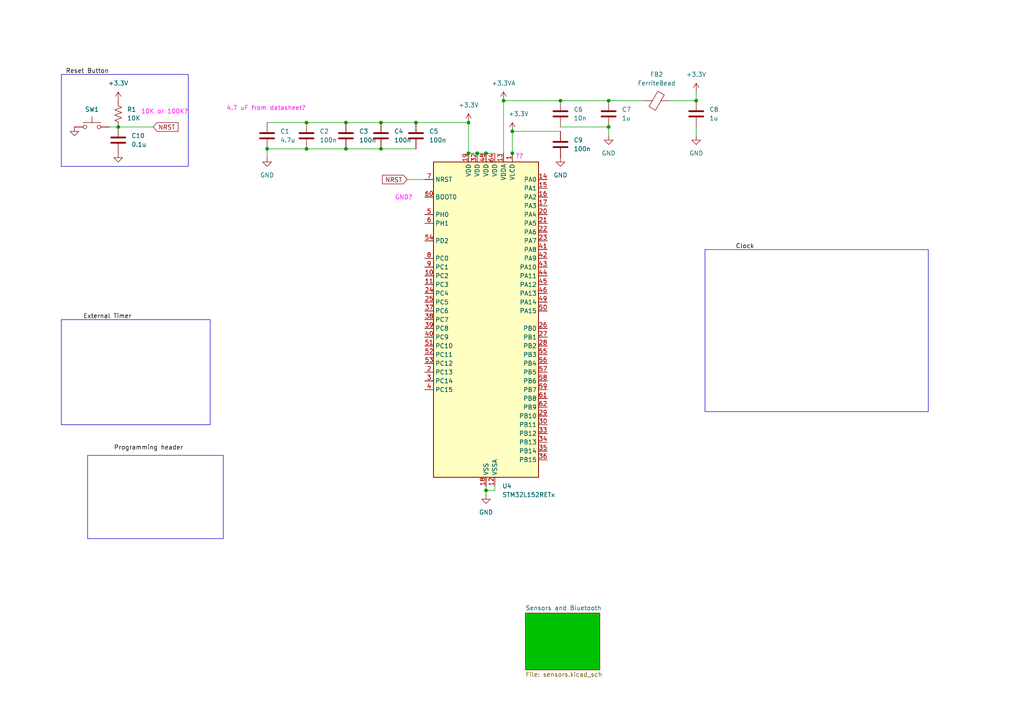
<source format=kicad_sch>
(kicad_sch (version 20250114) (generator "eeschema") (generator_version "9.0")
  (paper "A4")
  (title_block (title "STM32L152RE, Programming Header etc ") (date "2026-01-28"))
  (lib_symbols
    (symbol "Device:C" (pin_numbers (hide yes)) (pin_names (offset 0.254))
      (property "Reference" "C" (at 0.635 2.54 0))
      (property "Value" "C" (at 0.635 -2.54 0))
      (symbol "C_0_1"
        (polyline (pts (xy -2.032 0.762) (xy 2.032 0.762)) (stroke (width 0.508)))
        (polyline (pts (xy -2.032 -0.762) (xy 2.032 -0.762)) (stroke (width 0.508)))
      )
      (symbol "C_1_1"
        (pin passive line (at 0 3.81 270) (length 2.794) (name "~") (number "1"))
        (pin passive line (at 0 -3.81 90) (length 2.794) (name "~") (number "2"))
      )
    )
    (symbol "Device:FerriteBead" (pin_numbers (hide yes)) (pin_names (offset 0))
      (property "Reference" "FB" (at -3.81 0.635 90))
      (property "Value" "FerriteBead" (at 3.81 0 90))
      (symbol "FerriteBead_0_1"
        (polyline (pts (xy -2.7686 0.4064) (xy -1.7018 2.2606) (xy 2.7686 -0.3048) (xy 1.6764 -2.159) (xy -2.7686 0.4064)))
        (polyline (pts (xy 0 1.27) (xy 0 1.2954)))
        (polyline (pts (xy 0 -1.27) (xy 0 -1.2192)))
      )
      (symbol "FerriteBead_1_1"
        (pin passive line (at 0 3.81 270) (length 2.54) (name "~") (number "1"))
        (pin passive line (at 0 -3.81 90) (length 2.54) (name "~") (number "2"))
      )
    )
    (symbol "Device:R_US" (pin_numbers (hide yes)) (pin_names (offset 0))
      (property "Reference" "R" (at 2.54 0 90))
      (property "Value" "R_US" (at -2.54 0 90))
      (symbol "R_US_0_1"
        (polyline (pts (xy 0 2.286) (xy 0 2.54)))
        (polyline (pts (xy 0 2.286) (xy 1.016 1.905) (xy 0 1.524) (xy -1.016 1.143) (xy 0 0.762)))
        (polyline (pts (xy 0 0.762) (xy 1.016 0.381) (xy 0 0) (xy -1.016 -0.381) (xy 0 -0.762)))
        (polyline (pts (xy 0 -0.762) (xy 1.016 -1.143) (xy 0 -1.524) (xy -1.016 -1.905) (xy 0 -2.286)))
        (polyline (pts (xy 0 -2.286) (xy 0 -2.54)))
      )
      (symbol "R_US_1_1"
        (pin passive line (at 0 3.81 270) (length 1.27) (name "~") (number "1"))
        (pin passive line (at 0 -3.81 90) (length 1.27) (name "~") (number "2"))
      )
    )
    (symbol "MCU_ST_STM32L1:STM32L152RETx"
      (property "Reference" "U" (at -15.24 46.99 0))
      (property "Value" "STM32L152RETx" (at 10.16 46.99 0))
      (symbol "STM32L152RETx_0_1"
        (rectangle (start -15.24 -45.72) (end 15.24 45.72) (stroke (width 0.254)) (fill (type background)))
      )
      (symbol "STM32L152RETx_1_1"
        (pin input line (at -17.78 40.64 0) (length 2.54) (name "NRST") (number "7"))
        (pin input line (at -17.78 35.56 0) (length 2.54) (name "BOOT0") (number "60"))
        (pin bidirectional line (at -17.78 30.48 0) (length 2.54) (name "PH0") (number "5"))
        (pin bidirectional line (at -17.78 27.94 0) (length 2.54) (name "PH1") (number "6"))
        (pin bidirectional line (at -17.78 22.86 0) (length 2.54) (name "PD2") (number "54"))
        (pin bidirectional line (at -17.78 17.78 0) (length 2.54) (name "PC0") (number "8"))
        (pin bidirectional line (at -17.78 15.24 0) (length 2.54) (name "PC1") (number "9"))
        (pin bidirectional line (at -17.78 12.7 0) (length 2.54) (name "PC2") (number "10"))
        (pin bidirectional line (at -17.78 10.16 0) (length 2.54) (name "PC3") (number "11"))
        (pin bidirectional line (at -17.78 7.62 0) (length 2.54) (name "PC4") (number "24"))
        (pin bidirectional line (at -17.78 5.08 0) (length 2.54) (name "PC5") (number "25"))
        (pin bidirectional line (at -17.78 2.54 0) (length 2.54) (name "PC6") (number "37"))
        (pin bidirectional line (at -17.78 0 0) (length 2.54) (name "PC7") (number "38"))
        (pin bidirectional line (at -17.78 -2.54 0) (length 2.54) (name "PC8") (number "39"))
        (pin bidirectional line (at -17.78 -5.08 0) (length 2.54) (name "PC9") (number "40"))
        (pin bidirectional line (at -17.78 -7.62 0) (length 2.54) (name "PC10") (number "51"))
        (pin bidirectional line (at -17.78 -10.16 0) (length 2.54) (name "PC11") (number "52"))
        (pin bidirectional line (at -17.78 -12.7 0) (length 2.54) (name "PC12") (number "53"))
        (pin bidirectional line (at -17.78 -15.24 0) (length 2.54) (name "PC13") (number "2"))
        (pin bidirectional line (at -17.78 -17.78 0) (length 2.54) (name "PC14") (number "3"))
        (pin bidirectional line (at -17.78 -20.32 0) (length 2.54) (name "PC15") (number "4"))
        (pin power_in line (at -5.08 48.26 270) (length 2.54) (name "VDD") (number "19"))
        (pin power_in line (at -2.54 48.26 270) (length 2.54) (name "VDD") (number "32"))
        (pin power_in line (at 0 48.26 270) (length 2.54) (name "VDD") (number "48"))
        (pin power_in line (at 0 -48.26 90) (length 2.54) (name "VSS") (number "18"))
        (pin passive line (at 0 -48.26 90) (length 2.54) (hide yes) (name "VSS") (number "31"))
        (pin passive line (at 0 -48.26 90) (length 2.54) (hide yes) (name "VSS") (number "47"))
        (pin passive line (at 0 -48.26 90) (length 2.54) (hide yes) (name "VSS") (number "63"))
        (pin power_in line (at 2.54 48.26 270) (length 2.54) (name "VDD") (number "64"))
        (pin power_in line (at 2.54 -48.26 90) (length 2.54) (name "VSSA") (number "12"))
        (pin power_in line (at 5.08 48.26 270) (length 2.54) (name "VDDA") (number "13"))
        (pin power_in line (at 7.62 48.26 270) (length 2.54) (name "VLCD") (number "1"))
        (pin bidirectional line (at 17.78 40.64 180) (length 2.54) (name "PA0") (number "14"))
        (pin bidirectional line (at 17.78 38.1 180) (length 2.54) (name "PA1") (number "15"))
        (pin bidirectional line (at 17.78 35.56 180) (length 2.54) (name "PA2") (number "16"))
        (pin bidirectional line (at 17.78 33.02 180) (length 2.54) (name "PA3") (number "17"))
        (pin bidirectional line (at 17.78 30.48 180) (length 2.54) (name "PA4") (number "20"))
        (pin bidirectional line (at 17.78 27.94 180) (length 2.54) (name "PA5") (number "21"))
        (pin bidirectional line (at 17.78 25.4 180) (length 2.54) (name "PA6") (number "22"))
        (pin bidirectional line (at 17.78 22.86 180) (length 2.54) (name "PA7") (number "23"))
        (pin bidirectional line (at 17.78 20.32 180) (length 2.54) (name "PA8") (number "41"))
        (pin bidirectional line (at 17.78 17.78 180) (length 2.54) (name "PA9") (number "42"))
        (pin bidirectional line (at 17.78 15.24 180) (length 2.54) (name "PA10") (number "43"))
        (pin bidirectional line (at 17.78 12.7 180) (length 2.54) (name "PA11") (number "44"))
        (pin bidirectional line (at 17.78 10.16 180) (length 2.54) (name "PA12") (number "45"))
        (pin bidirectional line (at 17.78 7.62 180) (length 2.54) (name "PA13") (number "46"))
        (pin bidirectional line (at 17.78 5.08 180) (length 2.54) (name "PA14") (number "49"))
        (pin bidirectional line (at 17.78 2.54 180) (length 2.54) (name "PA15") (number "50"))
        (pin bidirectional line (at 17.78 -2.54 180) (length 2.54) (name "PB0") (number "26"))
        (pin bidirectional line (at 17.78 -5.08 180) (length 2.54) (name "PB1") (number "27"))
        (pin bidirectional line (at 17.78 -7.62 180) (length 2.54) (name "PB2") (number "28"))
        (pin bidirectional line (at 17.78 -10.16 180) (length 2.54) (name "PB3") (number "55"))
        (pin bidirectional line (at 17.78 -12.7 180) (length 2.54) (name "PB4") (number "56"))
        (pin bidirectional line (at 17.78 -15.24 180) (length 2.54) (name "PB5") (number "57"))
        (pin bidirectional line (at 17.78 -17.78 180) (length 2.54) (name "PB6") (number "58"))
        (pin bidirectional line (at 17.78 -20.32 180) (length 2.54) (name "PB7") (number "59"))
        (pin bidirectional line (at 17.78 -22.86 180) (length 2.54) (name "PB8") (number "61"))
        (pin bidirectional line (at 17.78 -25.4 180) (length 2.54) (name "PB9") (number "62"))
        (pin bidirectional line (at 17.78 -27.94 180) (length 2.54) (name "PB10") (number "29"))
        (pin bidirectional line (at 17.78 -30.48 180) (length 2.54) (name "PB11") (number "30"))
        (pin bidirectional line (at 17.78 -33.02 180) (length 2.54) (name "PB12") (number "33"))
        (pin bidirectional line (at 17.78 -35.56 180) (length 2.54) (name "PB13") (number "34"))
        (pin bidirectional line (at 17.78 -38.1 180) (length 2.54) (name "PB14") (number "35"))
        (pin bidirectional line (at 17.78 -40.64 180) (length 2.54) (name "PB15") (number "36"))
      )
    )
    (symbol "Switch:SW_Push" (pin_numbers (hide yes)) (pin_names (offset 1.016) (hide yes))
      (property "Reference" "SW" (at 1.27 2.54 0))
      (property "Value" "SW_Push" (at 0 -1.524 0))
      (symbol "SW_Push_0_1"
        (circle (center -2.032 0) (radius 0.508))
        (polyline (pts (xy 0 1.27) (xy 0 3.048)))
        (circle (center 2.032 0) (radius 0.508))
        (polyline (pts (xy 2.54 1.27) (xy -2.54 1.27)))
        (pin passive line (at -5.08 0 0) (length 2.54) (name "1") (number "1"))
        (pin passive line (at 5.08 0 180) (length 2.54) (name "2") (number "2"))
      )
    )
    (symbol "power:+3.3V" (power) (pin_numbers (hide yes)) (pin_names (offset 0) (hide yes))
      (property "Value" "+3.3V" (at 0 3.556 0))
      (symbol "+3.3V_0_1"
        (polyline (pts (xy -0.762 1.27) (xy 0 2.54)))
        (polyline (pts (xy 0 2.54) (xy 0.762 1.27)))
        (polyline (pts (xy 0 0) (xy 0 2.54)))
      )
      (symbol "+3.3V_1_1"
        (pin power_in line (at 0 0 90) (length 0) (name "~") (number "1"))
      )
    )
    (symbol "power:+3.3VA" (power) (pin_numbers (hide yes)) (pin_names (offset 0) (hide yes))
      (property "Value" "+3.3VA" (at 0 3.556 0))
      (symbol "+3.3VA_0_1"
        (polyline (pts (xy -0.762 1.27) (xy 0 2.54)))
        (polyline (pts (xy 0 2.54) (xy 0.762 1.27)))
        (polyline (pts (xy 0 0) (xy 0 2.54)))
      )
      (symbol "+3.3VA_1_1"
        (pin power_in line (at 0 0 90) (length 0) (name "~") (number "1"))
      )
    )
    (symbol "power:GND" (power) (pin_numbers (hide yes)) (pin_names (offset 0) (hide yes))
      (property "Value" "GND" (at 0 -3.81 0))
      (symbol "GND_0_1"
        (polyline (pts (xy 0 0) (xy 0 -1.27) (xy 1.27 -1.27) (xy 0 -2.54) (xy -1.27 -1.27) (xy 0 -1.27)))
      )
      (symbol "GND_1_1"
        (pin power_in line (at 0 0 270) (length 0) (name "~") (number "1"))
      )
    )
  )
  (rectangle (start 204.47 72.39) (end 269.24 119.38))
  (rectangle (start 25.4 132.08) (end 64.77 156.21))
  (rectangle (start 17.78 92.71) (end 60.96 123.19))
  (rectangle (start 17.78 21.59) (end 54.61 48.26))
  (text "4.7 uF from datasheet?" (at 77.216 31.496 0) (effects (font (size 1.27 1.27))))
  (text "??" (at 150.622 45.466 0) (effects (font (size 1.27 1.27))))
  (text "GND?" (at 117.094 57.404 0) (effects (font (size 1.27 1.27))))
  (text "10K or 100K?\n\n" (at 47.752 33.528 0) (effects (font (size 1.27 1.27))))
  (junction (at 201.93 29.21))
  (junction (at 140.97 142.24))
  (junction (at 77.47 43.18))
  (junction (at 88.9 43.18))
  (junction (at 100.33 35.56))
  (junction (at 176.53 36.83))
  (junction (at 110.49 43.18))
  (junction (at 148.59 38.1))
  (junction (at 100.33 43.18))
  (junction (at 148.59 44.45))
  (junction (at 146.05 29.21))
  (junction (at 110.49 35.56))
  (junction (at 135.89 44.45))
  (junction (at 88.9 35.56))
  (junction (at 162.56 29.21))
  (junction (at 176.53 29.21))
  (junction (at 34.29 36.83))
  (junction (at 120.65 35.56))
  (junction (at 135.89 35.56))
  (junction (at 138.43 44.45))
  (junction (at 140.97 44.45))
  (wire (pts (xy 140.97 44.45) (xy 143.51 44.45)))
  (wire (pts (xy 135.89 35.56) (xy 135.89 44.45)))
  (wire (pts (xy 120.65 35.56) (xy 135.89 35.56)))
  (wire (pts (xy 194.31 29.21) (xy 201.93 29.21)))
  (wire (pts (xy 100.33 43.18) (xy 110.49 43.18)))
  (wire (pts (xy 77.47 43.18) (xy 88.9 43.18)))
  (wire (pts (xy 143.51 140.97) (xy 143.51 142.24)))
  (wire (pts (xy 140.97 143.51) (xy 140.97 142.24)))
  (wire (pts (xy 110.49 43.18) (xy 120.65 43.18)))
  (wire (pts (xy 146.05 29.21) (xy 146.05 44.45)))
  (wire (pts (xy 162.56 36.83) (xy 176.53 36.83)))
  (wire (pts (xy 146.05 29.21) (xy 162.56 29.21)))
  (wire (pts (xy 31.75 36.83) (xy 34.29 36.83)))
  (wire (pts (xy 100.33 35.56) (xy 110.49 35.56)))
  (wire (pts (xy 88.9 35.56) (xy 100.33 35.56)))
  (wire (pts (xy 77.47 43.18) (xy 77.47 45.72)))
  (wire (pts (xy 34.29 36.83) (xy 44.45 36.83)))
  (wire (pts (xy 77.47 35.56) (xy 88.9 35.56)))
  (wire (pts (xy 135.89 44.45) (xy 138.43 44.45)))
  (wire (pts (xy 148.59 38.1) (xy 162.56 38.1)))
  (wire (pts (xy 148.59 44.45) (xy 148.59 46.99)))
  (wire (pts (xy 162.56 29.21) (xy 176.53 29.21)))
  (wire (pts (xy 176.53 36.83) (xy 176.53 39.37)))
  (wire (pts (xy 148.59 38.1) (xy 148.59 44.45)))
  (wire (pts (xy 201.93 36.83) (xy 201.93 39.37)))
  (wire (pts (xy 118.11 52.07) (xy 123.19 52.07)))
  (wire (pts (xy 148.59 36.83) (xy 148.59 38.1)))
  (wire (pts (xy 110.49 35.56) (xy 120.65 35.56)))
  (wire (pts (xy 138.43 44.45) (xy 140.97 44.45)))
  (wire (pts (xy 176.53 29.21) (xy 186.69 29.21)))
  (wire (pts (xy 88.9 43.18) (xy 100.33 43.18)))
  (wire (pts (xy 201.93 26.67) (xy 201.93 29.21)))
  (wire (pts (xy 143.51 142.24) (xy 140.97 142.24)))
  (wire (pts (xy 140.97 140.97) (xy 140.97 142.24)))
  (label "Reset Button" (at 19.05 21.59 0))
  (label "Clock" (at 213.36 72.39 0))
  (label "External Timer" (at 24.13 92.71 0))
  (label "Programming header" (at 33.02 130.81 0))
  (global_label "NRST" (shape input) (at 44.45 36.83 0) (property "Intersheetrefs" "${INTERSHEET_REFS}" (effects (hide yes))))
  (global_label "NRST" (shape input) (at 118.11 52.07 180) (property "Intersheetrefs" "${INTERSHEET_REFS}" (effects (hide yes))))
  (symbol (lib_id "power:+3.3V") (at 34.29 29.21 0) (unit 1)
    (property "Reference" "#PWR02" (effects (hide yes)))
    (property "Value" "+3.3V" (at 34.29 24.13 0))
    (property "Description" "Power symbol creates a global label with name \"+3.3V\"" (effects (hide yes)))
  )
  (symbol (lib_id "Switch:SW_Push") (at 26.67 36.83 0) (unit 1)
    (property "Reference" "SW1" (at 26.67 31.75 0))
    (property "Value" "SW_Push" (effects (hide yes)))
    (property "Description" "Push button switch, generic, two pins" (effects (hide yes)))
  )
  (symbol (lib_id "power:GND") (at 201.93 39.37 0) (unit 1)
    (property "Reference" "#PWR012" (effects (hide yes)))
    (property "Value" "GND" (at 201.93 44.45 0))
    (property "Description" "Power symbol creates a global label with name \"GND\" , ground" (effects (hide yes)))
  )
  (symbol (lib_id "Device:C") (at 77.47 39.37 0) (unit 1)
    (property "Reference" "C1" (at 81.28 38.0999 0) (effects (justify left)))
    (property "Value" "4.7u" (at 81.28 40.6399 0) (effects (justify left)))
    (property "Description" "Unpolarized capacitor" (effects (hide yes)))
  )
  (symbol (lib_id "Device:C") (at 88.9 39.37 0) (unit 1)
    (property "Reference" "C2" (at 92.71 38.0999 0) (effects (justify left)))
    (property "Value" "100n" (at 92.71 40.6399 0) (effects (justify left)))
    (property "Description" "Unpolarized capacitor" (effects (hide yes)))
  )
  (symbol (lib_id "Device:C") (at 34.29 40.64 0) (unit 1)
    (property "Reference" "C10" (at 38.1 39.3699 0) (effects (justify left)))
    (property "Value" "0.1u" (at 38.1 41.9099 0) (effects (justify left)))
    (property "Description" "Unpolarized capacitor" (effects (hide yes)))
  )
  (symbol (lib_id "power:GND") (at 176.53 39.37 0) (unit 1)
    (property "Reference" "#PWR010" (effects (hide yes)))
    (property "Value" "GND" (at 176.53 44.45 0))
    (property "Description" "Power symbol creates a global label with name \"GND\" , ground" (effects (hide yes)))
  )
  (symbol (lib_id "Device:C") (at 110.49 39.37 0) (unit 1)
    (property "Reference" "C4" (at 114.3 38.0999 0) (effects (justify left)))
    (property "Value" "100n" (at 114.3 40.6399 0) (effects (justify left)))
    (property "Description" "Unpolarized capacitor" (effects (hide yes)))
  )
  (symbol (lib_id "Device:C") (at 100.33 39.37 0) (unit 1)
    (property "Reference" "C3" (at 104.14 38.0999 0) (effects (justify left)))
    (property "Value" "100n" (at 104.14 40.6399 0) (effects (justify left)))
    (property "Description" "Unpolarized capacitor" (effects (hide yes)))
  )
  (symbol (lib_id "Device:R_US") (at 34.29 33.02 0) (unit 1)
    (property "Reference" "R1" (at 36.83 31.7499 0) (effects (justify left)))
    (property "Value" "10K" (at 36.83 34.2899 0) (effects (justify left)))
    (property "Description" "Resistor, US symbol" (effects (hide yes)))
  )
  (symbol (lib_id "power:GND") (at 77.47 45.72 0) (unit 1)
    (property "Reference" "#PWR07" (effects (hide yes)))
    (property "Value" "GND" (at 77.47 50.8 0))
    (property "Description" "Power symbol creates a global label with name \"GND\" , ground" (effects (hide yes)))
  )
  (symbol (lib_id "Device:C") (at 201.93 33.02 0) (unit 1)
    (property "Reference" "C8" (at 205.74 31.7499 0) (effects (justify left)))
    (property "Value" "1u" (at 205.74 34.2899 0) (effects (justify left)))
    (property "Description" "Unpolarized capacitor" (effects (hide yes)))
  )
  (symbol (lib_id "Device:C") (at 162.56 33.02 0) (unit 1)
    (property "Reference" "C6" (at 166.37 31.7499 0) (effects (justify left)))
    (property "Value" "10n" (at 166.37 34.2899 0) (effects (justify left)))
    (property "Description" "Unpolarized capacitor" (effects (hide yes)))
  )
  (symbol (lib_id "Device:C") (at 176.53 33.02 0) (unit 1)
    (property "Reference" "C7" (at 180.34 31.7499 0) (effects (justify left)))
    (property "Value" "1u" (at 180.34 34.2899 0) (effects (justify left)))
    (property "Description" "Unpolarized capacitor" (effects (hide yes)))
  )
  (symbol (lib_id "power:+3.3V") (at 201.93 26.67 0) (unit 1)
    (property "Reference" "#PWR011" (effects (hide yes)))
    (property "Value" "+3.3V" (at 201.93 21.59 0))
    (property "Description" "Power symbol creates a global label with name \"+3.3V\"" (effects (hide yes)))
  )
  (symbol (lib_id "Device:C") (at 162.56 41.91 0) (unit 1)
    (property "Reference" "C9" (at 166.37 40.6399 0) (effects (justify left)))
    (property "Value" "100n" (at 166.37 43.1799 0) (effects (justify left)))
    (property "Description" "Unpolarized capacitor" (effects (hide yes)))
  )
  (symbol (lib_id "power:GND") (at 162.56 45.72 0) (unit 1)
    (property "Reference" "#PWR06" (effects (hide yes)))
    (property "Value" "GND" (at 162.56 50.8 0))
    (property "Description" "Power symbol creates a global label with name \"GND\" , ground" (effects (hide yes)))
  )
  (symbol (lib_id "Device:FerriteBead") (at 190.5 29.21 90) (unit 1)
    (property "Reference" "FB2" (at 190.4492 21.59 90))
    (property "Value" "FerriteBead" (at 190.4492 24.13 90))
    (property "Description" "Ferrite bead" (effects (hide yes)))
  )
  (symbol (lib_id "Device:C") (at 120.65 39.37 0) (unit 1)
    (property "Reference" "C5" (at 124.46 38.0999 0) (effects (justify left)))
    (property "Value" "100n" (at 124.46 40.6399 0) (effects (justify left)))
    (property "Description" "Unpolarized capacitor" (effects (hide yes)))
  )
  (symbol (lib_id "power:+3.3VA") (at 146.05 29.21 0) (unit 1)
    (property "Reference" "#PWR09" (effects (hide yes)))
    (property "Value" "+3.3VA" (at 146.05 24.13 0))
    (property "Description" "Power symbol creates a global label with name \"+3.3VA\"" (effects (hide yes)))
  )
  (symbol (lib_id "power:GND") (at 21.59 36.83 0) (unit 1)
    (property "Reference" "#PWR03" (effects (hide yes)))
    (property "Value" "GND" (effects (hide yes)))
    (property "Description" "Power symbol creates a global label with name \"GND\" , ground" (effects (hide yes)))
  )
  (symbol (lib_id "power:+3.3V") (at 135.89 35.56 0) (unit 1)
    (property "Reference" "#PWR08" (effects (hide yes)))
    (property "Value" "+3.3V" (at 135.89 30.48 0))
    (property "Description" "Power symbol creates a global label with name \"+3.3V\"" (effects (hide yes)))
  )
  (symbol (lib_id "power:GND") (at 140.97 143.51 0) (unit 1)
    (property "Reference" "#PWR01" (effects (hide yes)))
    (property "Value" "GND" (at 140.97 148.59 0))
    (property "Description" "Power symbol creates a global label with name \"GND\" , ground" (effects (hide yes)))
  )
  (symbol (lib_id "power:GND") (at 34.29 44.45 0) (unit 1)
    (property "Reference" "#PWR04" (effects (hide yes)))
    (property "Value" "GND" (effects (hide yes)))
    (property "Description" "Power symbol creates a global label with name \"GND\" , ground" (effects (hide yes)))
  )
  (symbol (lib_id "MCU_ST_STM32L1:STM32L152RETx") (at 140.97 92.71 0) (unit 1)
    (property "Reference" "U4" (at 145.6533 140.97 0) (effects (justify left)))
    (property "Value" "STM32L152RETx" (at 145.6533 143.51 0) (effects (justify left)))
    (property "Footprint" "Package_QFP:LQFP-64_10x10mm_P0.5mm" (effects (hide yes)))
    (property "Datasheet" "https://www.st.com/resource/en/datasheet/stm32l152re.pdf" (effects (hide yes)))
    (property "Description" "STMicroelectronics Arm Cortex-M3 MCU, 512KB flash, 80KB RAM, 32 MHz, 1.65-3.6V, 51 GPIO, LQFP64" (effects (hide yes)))
  )
  (symbol (lib_id "power:+3.3V") (at 148.59 38.1 0) (unit 1)
    (property "Reference" "#PWR05" (effects (hide yes)))
    (property "Value" "+3.3V" (at 150.368 33.02 0))
    (property "Description" "Power symbol creates a global label with name \"+3.3V\"" (effects (hide yes)))
  )
  (sheet (at 152.4 177.8) (size 21.59 16.51) (stroke (width 0.1524)) (fill (color 0 194 0 1.0000))
    (property "Sheetname" "Sensors and Bluetooth" (at 152.4 177.0884 0) (effects (justify left bottom)))
    (property "Sheetfile" "sensors.kicad_sch" (at 152.4 194.8946 0) (effects (justify left top)))
  )
)
</source>
